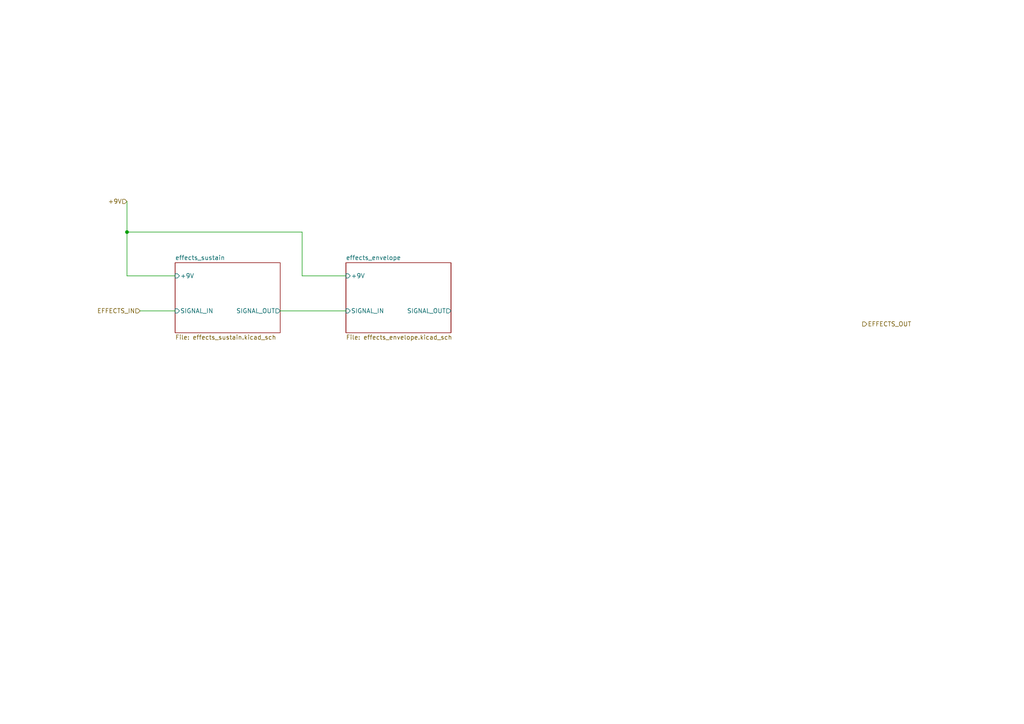
<source format=kicad_sch>
(kicad_sch (version 20211123) (generator eeschema)
  (paper "A4")
  (title_block (title "Effects") (date "2024-11-13") (rev "V0.1"))
  (lib_symbols)
  (junction (at 36.83 67.31))
  (wire (pts (xy 81.28 90.17) (xy 100.33 90.17)))
  (wire (pts (xy 36.83 80.01) (xy 50.8 80.01)))
  (wire (pts (xy 87.63 80.01) (xy 87.63 67.31)))
  (wire (pts (xy 36.83 67.31) (xy 36.83 80.01)))
  (wire (pts (xy 40.64 90.17) (xy 50.8 90.17)))
  (wire (pts (xy 36.83 58.42) (xy 36.83 67.31)))
  (wire (pts (xy 100.33 80.01) (xy 87.63 80.01)))
  (wire (pts (xy 87.63 67.31) (xy 36.83 67.31)))
  (hierarchical_label "EFFECTS_OUT" (shape output) (at 250.19 93.98 0))
  (hierarchical_label "+9V" (shape input) (at 36.83 58.42 180))
  (hierarchical_label "EFFECTS_IN" (shape input) (at 40.64 90.17 180))
  (sheet (at 50.8 76.2) (size 30.48 20.32) (stroke (width 0.1524))
    (property "Sheet name" "effects_sustain" (at 50.8 75.4884 0) (effects (justify left bottom)))
    (property "Sheet file" "effects_sustain.kicad_sch" (at 50.8 97.1046 0) (effects (justify left top)))
    (pin "+9V" input (at 50.8 80.01 180))
    (pin "SIGNAL_IN" input (at 50.8 90.17 180))
    (pin "SIGNAL_OUT" output (at 81.28 90.17 0))
  )
  (sheet (at 100.33 76.2) (size 30.48 20.32) (stroke (width 0.1524))
    (property "Sheet name" "effects_envelope" (at 100.33 75.4884 0) (effects (justify left bottom)))
    (property "Sheet file" "effects_envelope.kicad_sch" (at 100.33 97.1046 0) (effects (justify left top)))
    (pin "+9V" input (at 100.33 80.01 180))
    (pin "SIGNAL_OUT" output (at 130.81 90.17 0))
    (pin "SIGNAL_IN" input (at 100.33 90.17 180))
  )
)
</source>
